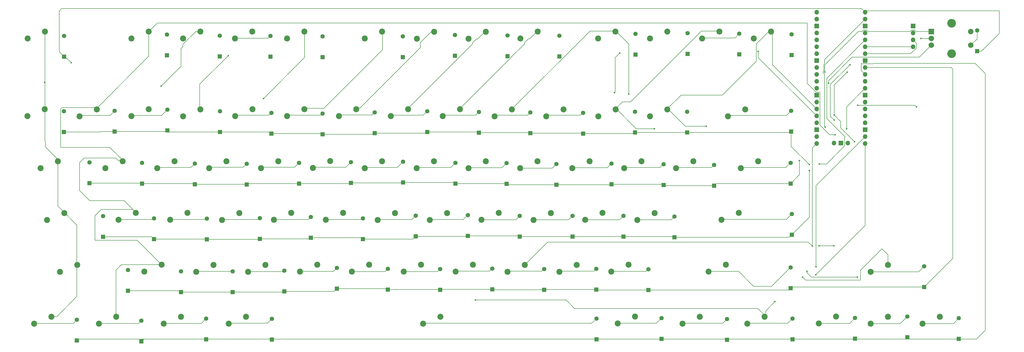
<source format=gbr>
%TF.GenerationSoftware,KiCad,Pcbnew,9.0.2*%
%TF.CreationDate,2025-06-22T22:51:18+05:30*%
%TF.ProjectId,hackboard,6861636b-626f-4617-9264-2e6b69636164,rev?*%
%TF.SameCoordinates,Original*%
%TF.FileFunction,Copper,L1,Top*%
%TF.FilePolarity,Positive*%
%FSLAX46Y46*%
G04 Gerber Fmt 4.6, Leading zero omitted, Abs format (unit mm)*
G04 Created by KiCad (PCBNEW 9.0.2) date 2025-06-22 22:51:18*
%MOMM*%
%LPD*%
G01*
G04 APERTURE LIST*
G04 Aperture macros list*
%AMRoundRect*
0 Rectangle with rounded corners*
0 $1 Rounding radius*
0 $2 $3 $4 $5 $6 $7 $8 $9 X,Y pos of 4 corners*
0 Add a 4 corners polygon primitive as box body*
4,1,4,$2,$3,$4,$5,$6,$7,$8,$9,$2,$3,0*
0 Add four circle primitives for the rounded corners*
1,1,$1+$1,$2,$3*
1,1,$1+$1,$4,$5*
1,1,$1+$1,$6,$7*
1,1,$1+$1,$8,$9*
0 Add four rect primitives between the rounded corners*
20,1,$1+$1,$2,$3,$4,$5,0*
20,1,$1+$1,$4,$5,$6,$7,0*
20,1,$1+$1,$6,$7,$8,$9,0*
20,1,$1+$1,$8,$9,$2,$3,0*%
G04 Aperture macros list end*
%TA.AperFunction,ComponentPad*%
%ADD10C,2.200000*%
%TD*%
%TA.AperFunction,ComponentPad*%
%ADD11R,1.700000X1.700000*%
%TD*%
%TA.AperFunction,ComponentPad*%
%ADD12O,1.700000X1.700000*%
%TD*%
%TA.AperFunction,ComponentPad*%
%ADD13R,2.000000X2.000000*%
%TD*%
%TA.AperFunction,ComponentPad*%
%ADD14C,2.000000*%
%TD*%
%TA.AperFunction,ComponentPad*%
%ADD15C,3.200000*%
%TD*%
%TA.AperFunction,ComponentPad*%
%ADD16RoundRect,0.250000X0.550000X-0.550000X0.550000X0.550000X-0.550000X0.550000X-0.550000X-0.550000X0*%
%TD*%
%TA.AperFunction,ComponentPad*%
%ADD17C,1.600000*%
%TD*%
%TA.AperFunction,ViaPad*%
%ADD18C,0.600000*%
%TD*%
%TA.AperFunction,Conductor*%
%ADD19C,0.200000*%
%TD*%
G04 APERTURE END LIST*
D10*
%TO.P,SW44,1,1*%
%TO.N,col3*%
X128825000Y-293540000D03*
%TO.P,SW44,2,2*%
%TO.N,Net-(D44-A)*%
X122475000Y-296080000D03*
%TD*%
%TO.P,SW43,1,1*%
%TO.N,col2*%
X109790000Y-293540000D03*
%TO.P,SW43,2,2*%
%TO.N,Net-(D43-A)*%
X103440000Y-296080000D03*
%TD*%
%TO.P,SW52,1,1*%
%TO.N,col11*%
X281220000Y-293540000D03*
%TO.P,SW52,2,2*%
%TO.N,Net-(D52-A)*%
X274870000Y-296080000D03*
%TD*%
%TO.P,SW22,1,1*%
%TO.N,col9*%
X228880000Y-255440000D03*
%TO.P,SW22,2,2*%
%TO.N,Net-(D22-A)*%
X222530000Y-257980000D03*
%TD*%
%TO.P,SW18,1,1*%
%TO.N,col5*%
X152660000Y-255440000D03*
%TO.P,SW18,2,2*%
%TO.N,Net-(D18-A)*%
X146310000Y-257980000D03*
%TD*%
%TO.P,SW39,1,1*%
%TO.N,col12*%
X295510000Y-274500000D03*
%TO.P,SW39,2,2*%
%TO.N,Net-(D39-A)*%
X289160000Y-277040000D03*
%TD*%
%TO.P,SW74,1,1*%
%TO.N,col7*%
X316920000Y-331660000D03*
%TO.P,SW74,2,2*%
%TO.N,Net-(D74-A)*%
X310570000Y-334200000D03*
%TD*%
%TO.P,SW42,1,1*%
%TO.N,col1*%
X83600000Y-293560000D03*
%TO.P,SW42,2,2*%
%TO.N,Net-(D42-A)*%
X77250000Y-296100000D03*
%TD*%
%TO.P,SW27,1,1*%
%TO.N,col14*%
X333640000Y-255460000D03*
%TO.P,SW27,2,2*%
%TO.N,Net-(D27-A)*%
X327290000Y-258000000D03*
%TD*%
%TO.P,SW26,1,1*%
%TO.N,col13*%
X305020000Y-255450000D03*
%TO.P,SW26,2,2*%
%TO.N,Net-(D26-A)*%
X298670000Y-257990000D03*
%TD*%
%TO.P,SW68,1,1*%
%TO.N,col1*%
X78810000Y-331710000D03*
%TO.P,SW68,2,2*%
%TO.N,Net-(D68-A)*%
X72460000Y-334250000D03*
%TD*%
%TO.P,SW37,1,1*%
%TO.N,col10*%
X257350000Y-274530000D03*
%TO.P,SW37,2,2*%
%TO.N,Net-(D37-A)*%
X251000000Y-277070000D03*
%TD*%
%TO.P,SW49,1,1*%
%TO.N,col8*%
X224110000Y-293550000D03*
%TO.P,SW49,2,2*%
%TO.N,Net-(D49-A)*%
X217760000Y-296090000D03*
%TD*%
D11*
%TO.P,Brd1,1,GND*%
%TO.N,GND*%
X395230000Y-224870000D03*
D12*
%TO.P,Brd1,2,VCC*%
%TO.N,+5V*%
X395230000Y-227410000D03*
%TO.P,Brd1,3,SCL*%
%TO.N,Net-(Brd1-SCL)*%
X395230000Y-229950000D03*
%TO.P,Brd1,4,SDA*%
%TO.N,Net-(Brd1-SDA)*%
X395230000Y-232490000D03*
%TD*%
D10*
%TO.P,SW47,1,1*%
%TO.N,col6*%
X185980000Y-293540000D03*
%TO.P,SW47,2,2*%
%TO.N,Net-(D47-A)*%
X179630000Y-296080000D03*
%TD*%
%TO.P,SW45,1,1*%
%TO.N,col4*%
X147880000Y-293570000D03*
%TO.P,SW45,2,2*%
%TO.N,Net-(D45-A)*%
X141530000Y-296110000D03*
%TD*%
%TO.P,SW34,1,1*%
%TO.N,col7*%
X200240000Y-274520000D03*
%TO.P,SW34,2,2*%
%TO.N,Net-(D34-A)*%
X193890000Y-277060000D03*
%TD*%
%TO.P,SW12,1,1*%
%TO.N,col12*%
X324120000Y-226890000D03*
%TO.P,SW12,2,2*%
%TO.N,Net-(D12-A)*%
X317770000Y-229430000D03*
%TD*%
%TO.P,SW10,1,1*%
%TO.N,col10*%
X285960000Y-226860000D03*
%TO.P,SW10,2,2*%
%TO.N,Net-(D10-A)*%
X279610000Y-229400000D03*
%TD*%
%TO.P,SW4,1,1*%
%TO.N,col4*%
X152610000Y-226850000D03*
%TO.P,SW4,2,2*%
%TO.N,Net-(D4-A)*%
X146260000Y-229390000D03*
%TD*%
%TO.P,SW32,1,1*%
%TO.N,col5*%
X162150000Y-274510000D03*
%TO.P,SW32,2,2*%
%TO.N,Net-(D32-A)*%
X155800000Y-277050000D03*
%TD*%
%TO.P,SW35,1,1*%
%TO.N,col8*%
X219310000Y-274520000D03*
%TO.P,SW35,2,2*%
%TO.N,Net-(D35-A)*%
X212960000Y-277060000D03*
%TD*%
%TO.P,SW58,1,1*%
%TO.N,col4*%
X157400000Y-312620000D03*
%TO.P,SW58,2,2*%
%TO.N,Net-(D58-A)*%
X151050000Y-315160000D03*
%TD*%
%TO.P,SW16,1,1*%
%TO.N,col3*%
X114580000Y-255410000D03*
%TO.P,SW16,2,2*%
%TO.N,Net-(D16-A)*%
X108230000Y-257950000D03*
%TD*%
%TO.P,SW59,1,1*%
%TO.N,col5*%
X176450000Y-312590000D03*
%TO.P,SW59,2,2*%
%TO.N,Net-(D59-A)*%
X170100000Y-315130000D03*
%TD*%
%TO.P,SW78,1,1*%
%TO.N,col11*%
X405060000Y-331660000D03*
%TO.P,SW78,2,2*%
%TO.N,Net-(D78-A)*%
X398710000Y-334200000D03*
%TD*%
%TO.P,SW7,1,1*%
%TO.N,col7*%
X219360000Y-226920000D03*
%TO.P,SW7,2,2*%
%TO.N,Net-(D7-A)*%
X213010000Y-229460000D03*
%TD*%
%TO.P,SW6,1,1*%
%TO.N,col6*%
X200270000Y-226830000D03*
%TO.P,SW6,2,2*%
%TO.N,Net-(D6-A)*%
X193920000Y-229370000D03*
%TD*%
%TO.P,SW19,1,1*%
%TO.N,col6*%
X171690000Y-255440000D03*
%TO.P,SW19,2,2*%
%TO.N,Net-(D19-A)*%
X165340000Y-257980000D03*
%TD*%
%TO.P,SW28,1,1*%
%TO.N,col1*%
X81190000Y-274500000D03*
%TO.P,SW28,2,2*%
%TO.N,Net-(D28-A)*%
X74840000Y-277040000D03*
%TD*%
%TO.P,SW23,1,1*%
%TO.N,col10*%
X247920000Y-255480000D03*
%TO.P,SW23,2,2*%
%TO.N,Net-(D23-A)*%
X241570000Y-258020000D03*
%TD*%
%TO.P,SW2,1,1*%
%TO.N,col2*%
X114600000Y-226870000D03*
%TO.P,SW2,2,2*%
%TO.N,Net-(D2-A)*%
X108250000Y-229410000D03*
%TD*%
%TO.P,SW72,1,1*%
%TO.N,col5*%
X221680000Y-331660000D03*
%TO.P,SW72,2,2*%
%TO.N,Net-(D72-A)*%
X215330000Y-334200000D03*
%TD*%
%TO.P,SW55,1,1*%
%TO.N,col1*%
X88350000Y-312620000D03*
%TO.P,SW55,2,2*%
%TO.N,Net-(D55-A)*%
X82000000Y-315160000D03*
%TD*%
%TO.P,SW20,1,1*%
%TO.N,col7*%
X190770000Y-255440000D03*
%TO.P,SW20,2,2*%
%TO.N,Net-(D20-A)*%
X184420000Y-257980000D03*
%TD*%
%TO.P,SW36,1,1*%
%TO.N,col9*%
X238340000Y-274510000D03*
%TO.P,SW36,2,2*%
%TO.N,Net-(D36-A)*%
X231990000Y-277050000D03*
%TD*%
%TO.P,SW64,1,1*%
%TO.N,col10*%
X271710000Y-312630000D03*
%TO.P,SW64,2,2*%
%TO.N,Net-(D64-A)*%
X265360000Y-315170000D03*
%TD*%
%TO.P,SW8,1,1*%
%TO.N,col8*%
X238340000Y-226930000D03*
%TO.P,SW8,2,2*%
%TO.N,Net-(D8-A)*%
X231990000Y-229470000D03*
%TD*%
%TO.P,SW50,1,1*%
%TO.N,col9*%
X243060000Y-293520000D03*
%TO.P,SW50,2,2*%
%TO.N,Net-(D50-A)*%
X236710000Y-296060000D03*
%TD*%
%TO.P,SW54,1,1*%
%TO.N,col13*%
X331230000Y-293542500D03*
%TO.P,SW54,2,2*%
%TO.N,Net-(D54-A)*%
X324880000Y-296082500D03*
%TD*%
%TO.P,SW31,1,1*%
%TO.N,col4*%
X143090000Y-274510000D03*
%TO.P,SW31,2,2*%
%TO.N,Net-(D31-A)*%
X136740000Y-277050000D03*
%TD*%
%TO.P,SW17,1,1*%
%TO.N,col4*%
X133520000Y-255480000D03*
%TO.P,SW17,2,2*%
%TO.N,Net-(D17-A)*%
X127170000Y-258020000D03*
%TD*%
%TO.P,SW21,1,1*%
%TO.N,col8*%
X209810000Y-255440000D03*
%TO.P,SW21,2,2*%
%TO.N,Net-(D21-A)*%
X203460000Y-257980000D03*
%TD*%
D13*
%TO.P,SW79,A,A*%
%TO.N,enc2*%
X401910000Y-226900000D03*
D14*
%TO.P,SW79,B,B*%
%TO.N,enc1*%
X401910000Y-231900000D03*
%TO.P,SW79,C,C*%
%TO.N,GND*%
X401910000Y-229400000D03*
D15*
%TO.P,SW79,MP*%
%TO.N,N/C*%
X409410000Y-223800000D03*
X409410000Y-235000000D03*
D14*
%TO.P,SW79,S1,S1*%
%TO.N,Net-(D79-A)*%
X416410000Y-231900000D03*
%TO.P,SW79,S2,S2*%
%TO.N,col14*%
X416410000Y-226900000D03*
%TD*%
D10*
%TO.P,SW60,1,1*%
%TO.N,col6*%
X195500000Y-312590000D03*
%TO.P,SW60,2,2*%
%TO.N,Net-(D60-A)*%
X189150000Y-315130000D03*
%TD*%
%TO.P,SW71,1,1*%
%TO.N,col4*%
X150300000Y-331710000D03*
%TO.P,SW71,2,2*%
%TO.N,Net-(D71-A)*%
X143950000Y-334250000D03*
%TD*%
%TO.P,SW76,1,1*%
%TO.N,col9*%
X366960000Y-331620000D03*
%TO.P,SW76,2,2*%
%TO.N,Net-(D76-A)*%
X360610000Y-334160000D03*
%TD*%
%TO.P,SW69,1,1*%
%TO.N,col2*%
X102630000Y-331670000D03*
%TO.P,SW69,2,2*%
%TO.N,Net-(D69-A)*%
X96280000Y-334210000D03*
%TD*%
%TO.P,SW48,1,1*%
%TO.N,col7*%
X205010000Y-293570000D03*
%TO.P,SW48,2,2*%
%TO.N,Net-(D48-A)*%
X198660000Y-296110000D03*
%TD*%
%TO.P,SW11,1,1*%
%TO.N,col11*%
X305020000Y-226890000D03*
%TO.P,SW11,2,2*%
%TO.N,Net-(D11-A)*%
X298670000Y-229430000D03*
%TD*%
%TO.P,SW63,1,1*%
%TO.N,col9*%
X252650000Y-312630000D03*
%TO.P,SW63,2,2*%
%TO.N,Net-(D63-A)*%
X246300000Y-315170000D03*
%TD*%
%TO.P,SW29,1,1*%
%TO.N,col2*%
X105000000Y-274520000D03*
%TO.P,SW29,2,2*%
%TO.N,Net-(D29-A)*%
X98650000Y-277060000D03*
%TD*%
%TO.P,SW46,1,1*%
%TO.N,col5*%
X166900000Y-293540000D03*
%TO.P,SW46,2,2*%
%TO.N,Net-(D46-A)*%
X160550000Y-296080000D03*
%TD*%
%TO.P,SW33,1,1*%
%TO.N,col6*%
X181160000Y-274490000D03*
%TO.P,SW33,2,2*%
%TO.N,Net-(D33-A)*%
X174810000Y-277030000D03*
%TD*%
%TO.P,SW41,1,1*%
%TO.N,col14*%
X338380000Y-274520000D03*
%TO.P,SW41,2,2*%
%TO.N,Net-(D41-A)*%
X332030000Y-277060000D03*
%TD*%
%TO.P,SW1,1,1*%
%TO.N,col1*%
X76435000Y-226870000D03*
%TO.P,SW1,2,2*%
%TO.N,Net-(D1-A)*%
X70085000Y-229410000D03*
%TD*%
%TO.P,SW25,1,1*%
%TO.N,col12*%
X286000000Y-255480000D03*
%TO.P,SW25,2,2*%
%TO.N,Net-(D25-A)*%
X279650000Y-258020000D03*
%TD*%
%TO.P,SW57,1,1*%
%TO.N,col3*%
X138390000Y-312620000D03*
%TO.P,SW57,2,2*%
%TO.N,Net-(D57-A)*%
X132040000Y-315160000D03*
%TD*%
%TO.P,SW40,1,1*%
%TO.N,col13*%
X314540000Y-274500000D03*
%TO.P,SW40,2,2*%
%TO.N,Net-(D40-A)*%
X308190000Y-277040000D03*
%TD*%
%TO.P,SW61,1,1*%
%TO.N,col7*%
X214550000Y-312590000D03*
%TO.P,SW61,2,2*%
%TO.N,Net-(D61-A)*%
X208200000Y-315130000D03*
%TD*%
%TO.P,SW9,1,1*%
%TO.N,col9*%
X257430000Y-226830000D03*
%TO.P,SW9,2,2*%
%TO.N,Net-(D9-A)*%
X251080000Y-229370000D03*
%TD*%
%TO.P,SW5,1,1*%
%TO.N,col5*%
X171710000Y-226850000D03*
%TO.P,SW5,2,2*%
%TO.N,Net-(D5-A)*%
X165360000Y-229390000D03*
%TD*%
%TO.P,SW14,1,1*%
%TO.N,col1*%
X76360000Y-255440000D03*
%TO.P,SW14,2,2*%
%TO.N,Net-(D14-A)*%
X70010000Y-257980000D03*
%TD*%
%TO.P,SW77,1,1*%
%TO.N,col10*%
X386020000Y-331690000D03*
%TO.P,SW77,2,2*%
%TO.N,Net-(D77-A)*%
X379670000Y-334230000D03*
%TD*%
%TO.P,SW75,1,1*%
%TO.N,col8*%
X340740000Y-331680000D03*
%TO.P,SW75,2,2*%
%TO.N,Net-(D75-A)*%
X334390000Y-334220000D03*
%TD*%
%TO.P,SW53,1,1*%
%TO.N,col12*%
X300310000Y-293580000D03*
%TO.P,SW53,2,2*%
%TO.N,Net-(D53-A)*%
X293960000Y-296120000D03*
%TD*%
%TO.P,SW70,1,1*%
%TO.N,col3*%
X126460000Y-331650000D03*
%TO.P,SW70,2,2*%
%TO.N,Net-(D70-A)*%
X120110000Y-334190000D03*
%TD*%
%TO.P,SW15,1,1*%
%TO.N,col2*%
X95500000Y-255480000D03*
%TO.P,SW15,2,2*%
%TO.N,Net-(D15-A)*%
X89150000Y-258020000D03*
%TD*%
%TO.P,SW62,1,1*%
%TO.N,col8*%
X233600000Y-312590000D03*
%TO.P,SW62,2,2*%
%TO.N,Net-(D62-A)*%
X227250000Y-315130000D03*
%TD*%
%TO.P,SW56,1,1*%
%TO.N,col2*%
X119270000Y-312590000D03*
%TO.P,SW56,2,2*%
%TO.N,Net-(D56-A)*%
X112920000Y-315130000D03*
%TD*%
%TO.P,SW3,1,1*%
%TO.N,col3*%
X133550000Y-226880000D03*
%TO.P,SW3,2,2*%
%TO.N,Net-(D3-A)*%
X127200000Y-229420000D03*
%TD*%
%TO.P,SW65,1,1*%
%TO.N,col11*%
X290740000Y-312590000D03*
%TO.P,SW65,2,2*%
%TO.N,Net-(D65-A)*%
X284390000Y-315130000D03*
%TD*%
%TO.P,SW38,1,1*%
%TO.N,col11*%
X276430000Y-274530000D03*
%TO.P,SW38,2,2*%
%TO.N,Net-(D38-A)*%
X270080000Y-277070000D03*
%TD*%
%TO.P,SW67,1,1*%
%TO.N,col13*%
X386010000Y-312630000D03*
%TO.P,SW67,2,2*%
%TO.N,Net-(D67-A)*%
X379660000Y-315170000D03*
%TD*%
%TO.P,SW24,1,1*%
%TO.N,col11*%
X266890000Y-255510000D03*
%TO.P,SW24,2,2*%
%TO.N,Net-(D24-A)*%
X260540000Y-258050000D03*
%TD*%
%TO.P,SW30,1,1*%
%TO.N,col3*%
X124080000Y-274510000D03*
%TO.P,SW30,2,2*%
%TO.N,Net-(D30-A)*%
X117730000Y-277050000D03*
%TD*%
%TO.P,SW51,1,1*%
%TO.N,col10*%
X262210000Y-293610000D03*
%TO.P,SW51,2,2*%
%TO.N,Net-(D51-A)*%
X255860000Y-296150000D03*
%TD*%
%TO.P,SW73,1,1*%
%TO.N,col6*%
X293110000Y-331630000D03*
%TO.P,SW73,2,2*%
%TO.N,Net-(D73-A)*%
X286760000Y-334170000D03*
%TD*%
%TO.P,SW13,1,1*%
%TO.N,col13*%
X343120000Y-226870000D03*
%TO.P,SW13,2,2*%
%TO.N,Net-(D13-A)*%
X336770000Y-229410000D03*
%TD*%
%TO.P,SW66,1,1*%
%TO.N,col12*%
X326470000Y-312590000D03*
%TO.P,SW66,2,2*%
%TO.N,Net-(D66-A)*%
X320120000Y-315130000D03*
%TD*%
D16*
%TO.P,D6,1,K*%
%TO.N,row1*%
X207850000Y-236300000D03*
D17*
%TO.P,D6,2,A*%
%TO.N,Net-(D6-A)*%
X207850000Y-228680000D03*
%TD*%
D16*
%TO.P,D52,1,K*%
%TO.N,row4*%
X288875000Y-302250000D03*
D17*
%TO.P,D52,2,A*%
%TO.N,Net-(D52-A)*%
X288875000Y-294630000D03*
%TD*%
D16*
%TO.P,D4,1,K*%
%TO.N,row1*%
X159250000Y-236095000D03*
D17*
%TO.P,D4,2,A*%
%TO.N,Net-(D4-A)*%
X159250000Y-228475000D03*
%TD*%
D16*
%TO.P,D69,1,K*%
%TO.N,row6*%
X111890000Y-340760000D03*
D17*
%TO.P,D69,2,A*%
%TO.N,Net-(D69-A)*%
X111890000Y-333140000D03*
%TD*%
D16*
%TO.P,D54,1,K*%
%TO.N,row4*%
X350675000Y-301575000D03*
D17*
%TO.P,D54,2,A*%
%TO.N,Net-(D54-A)*%
X350675000Y-293955000D03*
%TD*%
D16*
%TO.P,D40,1,K*%
%TO.N,row3*%
X322175000Y-283550000D03*
D17*
%TO.P,D40,2,A*%
%TO.N,Net-(D40-A)*%
X322175000Y-275930000D03*
%TD*%
D16*
%TO.P,D57,1,K*%
%TO.N,row5*%
X145350000Y-322670000D03*
D17*
%TO.P,D57,2,A*%
%TO.N,Net-(D57-A)*%
X145350000Y-315050000D03*
%TD*%
D16*
%TO.P,D2,1,K*%
%TO.N,row1*%
X121275000Y-235550000D03*
D17*
%TO.P,D2,2,A*%
%TO.N,Net-(D2-A)*%
X121275000Y-227930000D03*
%TD*%
D16*
%TO.P,D12,1,K*%
%TO.N,row1*%
X331425000Y-235250000D03*
D17*
%TO.P,D12,2,A*%
%TO.N,Net-(D12-A)*%
X331425000Y-227630000D03*
%TD*%
D16*
%TO.P,D47,1,K*%
%TO.N,row4*%
X193250000Y-303150000D03*
D17*
%TO.P,D47,2,A*%
%TO.N,Net-(D47-A)*%
X193250000Y-295530000D03*
%TD*%
D16*
%TO.P,D21,1,K*%
%TO.N,row2*%
X216825000Y-263775000D03*
D17*
%TO.P,D21,2,A*%
%TO.N,Net-(D21-A)*%
X216825000Y-256155000D03*
%TD*%
D16*
%TO.P,D25,1,K*%
%TO.N,row2*%
X293100000Y-263950000D03*
D17*
%TO.P,D25,2,A*%
%TO.N,Net-(D25-A)*%
X293100000Y-256330000D03*
%TD*%
D16*
%TO.P,D16,1,K*%
%TO.N,row2*%
X121425000Y-263150000D03*
D17*
%TO.P,D16,2,A*%
%TO.N,Net-(D16-A)*%
X121425000Y-255530000D03*
%TD*%
D16*
%TO.P,D36,1,K*%
%TO.N,row3*%
X245950000Y-282875000D03*
D17*
%TO.P,D36,2,A*%
%TO.N,Net-(D36-A)*%
X245950000Y-275255000D03*
%TD*%
D16*
%TO.P,D17,1,K*%
%TO.N,row2*%
X140700000Y-263800000D03*
D17*
%TO.P,D17,2,A*%
%TO.N,Net-(D17-A)*%
X140700000Y-256180000D03*
%TD*%
D16*
%TO.P,D62,1,K*%
%TO.N,row5*%
X240700000Y-321600000D03*
D17*
%TO.P,D62,2,A*%
%TO.N,Net-(D62-A)*%
X240700000Y-313980000D03*
%TD*%
D16*
%TO.P,D1,1,K*%
%TO.N,row1*%
X83500000Y-236100000D03*
D17*
%TO.P,D1,2,A*%
%TO.N,Net-(D1-A)*%
X83500000Y-228480000D03*
%TD*%
D16*
%TO.P,D20,1,K*%
%TO.N,row2*%
X197500000Y-264200000D03*
D17*
%TO.P,D20,2,A*%
%TO.N,Net-(D20-A)*%
X197500000Y-256580000D03*
%TD*%
D16*
%TO.P,D8,1,K*%
%TO.N,row1*%
X246350000Y-235900000D03*
D17*
%TO.P,D8,2,A*%
%TO.N,Net-(D8-A)*%
X246350000Y-228280000D03*
%TD*%
D16*
%TO.P,D24,1,K*%
%TO.N,row2*%
X274050000Y-264350000D03*
D17*
%TO.P,D24,2,A*%
%TO.N,Net-(D24-A)*%
X274050000Y-256730000D03*
%TD*%
D16*
%TO.P,D70,1,K*%
%TO.N,row6*%
X135670000Y-339970000D03*
D17*
%TO.P,D70,2,A*%
%TO.N,Net-(D70-A)*%
X135670000Y-332350000D03*
%TD*%
D16*
%TO.P,D14,1,K*%
%TO.N,row2*%
X83400000Y-263825000D03*
D17*
%TO.P,D14,2,A*%
%TO.N,Net-(D14-A)*%
X83400000Y-256205000D03*
%TD*%
D16*
%TO.P,D13,1,K*%
%TO.N,row1*%
X350650000Y-235475000D03*
D17*
%TO.P,D13,2,A*%
%TO.N,Net-(D13-A)*%
X350650000Y-227855000D03*
%TD*%
D16*
%TO.P,D55,1,K*%
%TO.N,row5*%
X106975000Y-322150000D03*
D17*
%TO.P,D55,2,A*%
%TO.N,Net-(D55-A)*%
X106975000Y-314530000D03*
%TD*%
D16*
%TO.P,D75,1,K*%
%TO.N,row6*%
X350930000Y-339950000D03*
D17*
%TO.P,D75,2,A*%
%TO.N,Net-(D75-A)*%
X350930000Y-332330000D03*
%TD*%
D16*
%TO.P,D23,1,K*%
%TO.N,row2*%
X254650000Y-264225000D03*
D17*
%TO.P,D23,2,A*%
%TO.N,Net-(D23-A)*%
X254650000Y-256605000D03*
%TD*%
D16*
%TO.P,D26,1,K*%
%TO.N,row2*%
X312275000Y-263925000D03*
D17*
%TO.P,D26,2,A*%
%TO.N,Net-(D26-A)*%
X312275000Y-256305000D03*
%TD*%
D16*
%TO.P,D68,1,K*%
%TO.N,row6*%
X88180000Y-340440000D03*
D17*
%TO.P,D68,2,A*%
%TO.N,Net-(D68-A)*%
X88180000Y-332820000D03*
%TD*%
D16*
%TO.P,D49,1,K*%
%TO.N,row4*%
X231725000Y-301975000D03*
D17*
%TO.P,D49,2,A*%
%TO.N,Net-(D49-A)*%
X231725000Y-294355000D03*
%TD*%
D16*
%TO.P,D10,1,K*%
%TO.N,row1*%
X293300000Y-235350000D03*
D17*
%TO.P,D10,2,A*%
%TO.N,Net-(D10-A)*%
X293300000Y-227730000D03*
%TD*%
D16*
%TO.P,D37,1,K*%
%TO.N,row3*%
X264220000Y-283210000D03*
D17*
%TO.P,D37,2,A*%
%TO.N,Net-(D37-A)*%
X264220000Y-275590000D03*
%TD*%
D16*
%TO.P,D42,1,K*%
%TO.N,row4*%
X97800000Y-302350000D03*
D17*
%TO.P,D42,2,A*%
%TO.N,Net-(D42-A)*%
X97800000Y-294730000D03*
%TD*%
D16*
%TO.P,D78,1,K*%
%TO.N,row6*%
X412020000Y-339840000D03*
D17*
%TO.P,D78,2,A*%
%TO.N,Net-(D78-A)*%
X412020000Y-332220000D03*
%TD*%
D16*
%TO.P,D5,1,K*%
%TO.N,row1*%
X178425000Y-236250000D03*
D17*
%TO.P,D5,2,A*%
%TO.N,Net-(D5-A)*%
X178425000Y-228630000D03*
%TD*%
D16*
%TO.P,D45,1,K*%
%TO.N,row4*%
X155375000Y-303050000D03*
D17*
%TO.P,D45,2,A*%
%TO.N,Net-(D45-A)*%
X155375000Y-295430000D03*
%TD*%
D16*
%TO.P,D19,1,K*%
%TO.N,row2*%
X178425000Y-264600000D03*
D17*
%TO.P,D19,2,A*%
%TO.N,Net-(D19-A)*%
X178425000Y-256980000D03*
%TD*%
D16*
%TO.P,D32,1,K*%
%TO.N,row3*%
X169750000Y-282750000D03*
D17*
%TO.P,D32,2,A*%
%TO.N,Net-(D32-A)*%
X169750000Y-275130000D03*
%TD*%
D12*
%TO.P,U1,1,GPIO0*%
%TO.N,row1*%
X377630000Y-219780000D03*
%TO.P,U1,2,GPIO1*%
%TO.N,row2*%
X377630000Y-222320000D03*
D11*
%TO.P,U1,3,GND*%
%TO.N,unconnected-(U1-GND-Pad3)*%
X377630000Y-224860000D03*
D12*
%TO.P,U1,4,GPIO2*%
%TO.N,row3*%
X377630000Y-227400000D03*
%TO.P,U1,5,GPIO3*%
%TO.N,row4*%
X377630000Y-229940000D03*
%TO.P,U1,6,GPIO4*%
%TO.N,Net-(Brd1-SDA)*%
X377630000Y-232480000D03*
%TO.P,U1,7,GPIO5*%
%TO.N,Net-(Brd1-SCL)*%
X377630000Y-235020000D03*
D11*
%TO.P,U1,8,GND*%
%TO.N,unconnected-(U1-GND-Pad8)*%
X377630000Y-237560000D03*
D12*
%TO.P,U1,9,GPIO6*%
%TO.N,row5*%
X377630000Y-240100000D03*
%TO.P,U1,10,GPIO7*%
%TO.N,row6*%
X377630000Y-242640000D03*
%TO.P,U1,11,GPIO8*%
%TO.N,col1*%
X377630000Y-245180000D03*
%TO.P,U1,12,GPIO9*%
%TO.N,col2*%
X377630000Y-247720000D03*
D11*
%TO.P,U1,13,GND*%
%TO.N,unconnected-(U1-GND-Pad13)*%
X377630000Y-250260000D03*
D12*
%TO.P,U1,14,GPIO10*%
%TO.N,col3*%
X377630000Y-252800000D03*
%TO.P,U1,15,GPIO11*%
%TO.N,col4*%
X377630000Y-255340000D03*
%TO.P,U1,16,GPIO12*%
%TO.N,col5*%
X377630000Y-257880000D03*
%TO.P,U1,17,GPIO13*%
%TO.N,col6*%
X377630000Y-260420000D03*
D11*
%TO.P,U1,18,GND*%
%TO.N,unconnected-(U1-GND-Pad18)_1*%
X377630000Y-262960000D03*
D12*
%TO.P,U1,19,GPIO14*%
%TO.N,col7*%
X377630000Y-265500000D03*
%TO.P,U1,20,GPIO15*%
%TO.N,col8*%
X377630000Y-268040000D03*
%TO.P,U1,21,GPIO16*%
%TO.N,col9*%
X359850000Y-268040000D03*
%TO.P,U1,22,GPIO17*%
%TO.N,col10*%
X359850000Y-265500000D03*
D11*
%TO.P,U1,23,GND*%
%TO.N,unconnected-(U1-GND-Pad23)*%
X359850000Y-262960000D03*
D12*
%TO.P,U1,24,GPIO18*%
%TO.N,col11*%
X359850000Y-260420000D03*
%TO.P,U1,25,GPIO19*%
%TO.N,col12*%
X359850000Y-257880000D03*
%TO.P,U1,26,GPIO20*%
%TO.N,col13*%
X359850000Y-255340000D03*
%TO.P,U1,27,GPIO21*%
%TO.N,col14*%
X359850000Y-252800000D03*
D11*
%TO.P,U1,28,GND*%
%TO.N,unconnected-(U1-GND-Pad28)*%
X359850000Y-250260000D03*
D12*
%TO.P,U1,29,GPIO22*%
%TO.N,enc1*%
X359850000Y-247720000D03*
%TO.P,U1,30,RUN*%
%TO.N,unconnected-(U1-RUN-Pad30)_1*%
X359850000Y-245180000D03*
%TO.P,U1,31,GPIO26_ADC0*%
%TO.N,enc2*%
X359850000Y-242640000D03*
%TO.P,U1,32,GPIO27_ADC1*%
%TO.N,unconnected-(U1-GPIO27_ADC1-Pad32)_1*%
X359850000Y-240100000D03*
D11*
%TO.P,U1,33,AGND*%
%TO.N,unconnected-(U1-AGND-Pad33)*%
X359850000Y-237560000D03*
D12*
%TO.P,U1,34,GPIO28_ADC2*%
%TO.N,unconnected-(U1-GPIO28_ADC2-Pad34)_1*%
X359850000Y-235020000D03*
%TO.P,U1,35,ADC_VREF*%
%TO.N,unconnected-(U1-ADC_VREF-Pad35)*%
X359850000Y-232480000D03*
%TO.P,U1,36,3V3*%
%TO.N,unconnected-(U1-3V3-Pad36)_1*%
X359850000Y-229940000D03*
%TO.P,U1,37,3V3_EN*%
%TO.N,unconnected-(U1-3V3_EN-Pad37)*%
X359850000Y-227400000D03*
D11*
%TO.P,U1,38,GND*%
%TO.N,GND*%
X359850000Y-224860000D03*
D12*
%TO.P,U1,39,VSYS*%
%TO.N,unconnected-(U1-VSYS-Pad39)*%
X359850000Y-222320000D03*
%TO.P,U1,40,VBUS*%
%TO.N,+5V*%
X359850000Y-219780000D03*
%TO.P,U1,41,SWCLK*%
%TO.N,unconnected-(U1-SWCLK-Pad41)*%
X371280000Y-267810000D03*
D11*
%TO.P,U1,42,GND*%
%TO.N,unconnected-(U1-GND-Pad42)*%
X368740000Y-267810000D03*
D12*
%TO.P,U1,43,SWDIO*%
%TO.N,unconnected-(U1-SWDIO-Pad43)_1*%
X366200000Y-267810000D03*
%TD*%
D16*
%TO.P,D64,1,K*%
%TO.N,row5*%
X278875000Y-321725000D03*
D17*
%TO.P,D64,2,A*%
%TO.N,Net-(D64-A)*%
X278875000Y-314105000D03*
%TD*%
D16*
%TO.P,D72,1,K*%
%TO.N,row6*%
X279000000Y-339960000D03*
D17*
%TO.P,D72,2,A*%
%TO.N,Net-(D72-A)*%
X279000000Y-332340000D03*
%TD*%
D16*
%TO.P,D60,1,K*%
%TO.N,row5*%
X202350000Y-321725000D03*
D17*
%TO.P,D60,2,A*%
%TO.N,Net-(D60-A)*%
X202350000Y-314105000D03*
%TD*%
D16*
%TO.P,D31,1,K*%
%TO.N,row3*%
X150525000Y-283075000D03*
D17*
%TO.P,D31,2,A*%
%TO.N,Net-(D31-A)*%
X150525000Y-275455000D03*
%TD*%
D16*
%TO.P,D39,1,K*%
%TO.N,row3*%
X303625000Y-283235000D03*
D17*
%TO.P,D39,2,A*%
%TO.N,Net-(D39-A)*%
X303625000Y-275615000D03*
%TD*%
D16*
%TO.P,D76,1,K*%
%TO.N,row6*%
X373940000Y-339760000D03*
D17*
%TO.P,D76,2,A*%
%TO.N,Net-(D76-A)*%
X373940000Y-332140000D03*
%TD*%
D16*
%TO.P,D56,1,K*%
%TO.N,row5*%
X126450000Y-322625000D03*
D17*
%TO.P,D56,2,A*%
%TO.N,Net-(D56-A)*%
X126450000Y-315005000D03*
%TD*%
D16*
%TO.P,D48,1,K*%
%TO.N,row4*%
X212650000Y-302125000D03*
D17*
%TO.P,D48,2,A*%
%TO.N,Net-(D48-A)*%
X212650000Y-294505000D03*
%TD*%
D16*
%TO.P,D53,1,K*%
%TO.N,row4*%
X307600000Y-302500000D03*
D17*
%TO.P,D53,2,A*%
%TO.N,Net-(D53-A)*%
X307600000Y-294880000D03*
%TD*%
D16*
%TO.P,D3,1,K*%
%TO.N,row1*%
X140675000Y-235975000D03*
D17*
%TO.P,D3,2,A*%
%TO.N,Net-(D3-A)*%
X140675000Y-228355000D03*
%TD*%
D16*
%TO.P,D65,1,K*%
%TO.N,row5*%
X298000000Y-321825000D03*
D17*
%TO.P,D65,2,A*%
%TO.N,Net-(D65-A)*%
X298000000Y-314205000D03*
%TD*%
D16*
%TO.P,D74,1,K*%
%TO.N,row6*%
X326870000Y-340190000D03*
D17*
%TO.P,D74,2,A*%
%TO.N,Net-(D74-A)*%
X326870000Y-332570000D03*
%TD*%
D16*
%TO.P,D28,1,K*%
%TO.N,row3*%
X92825000Y-282575000D03*
D17*
%TO.P,D28,2,A*%
%TO.N,Net-(D28-A)*%
X92825000Y-274955000D03*
%TD*%
D16*
%TO.P,D71,1,K*%
%TO.N,row6*%
X159760000Y-340070000D03*
D17*
%TO.P,D71,2,A*%
%TO.N,Net-(D71-A)*%
X159760000Y-332450000D03*
%TD*%
D16*
%TO.P,D50,1,K*%
%TO.N,row4*%
X250800000Y-302225000D03*
D17*
%TO.P,D50,2,A*%
%TO.N,Net-(D50-A)*%
X250800000Y-294605000D03*
%TD*%
D16*
%TO.P,D77,1,K*%
%TO.N,row6*%
X393140000Y-339230000D03*
D17*
%TO.P,D77,2,A*%
%TO.N,Net-(D77-A)*%
X393140000Y-331610000D03*
%TD*%
D16*
%TO.P,D41,1,K*%
%TO.N,row3*%
X350250000Y-282710000D03*
D17*
%TO.P,D41,2,A*%
%TO.N,Net-(D41-A)*%
X350250000Y-275090000D03*
%TD*%
D16*
%TO.P,D38,1,K*%
%TO.N,row3*%
X284475000Y-283000000D03*
D17*
%TO.P,D38,2,A*%
%TO.N,Net-(D38-A)*%
X284475000Y-275380000D03*
%TD*%
D16*
%TO.P,D63,1,K*%
%TO.N,row5*%
X259750000Y-321775000D03*
D17*
%TO.P,D63,2,A*%
%TO.N,Net-(D63-A)*%
X259750000Y-314155000D03*
%TD*%
D16*
%TO.P,D11,1,K*%
%TO.N,row1*%
X312475000Y-235125000D03*
D17*
%TO.P,D11,2,A*%
%TO.N,Net-(D11-A)*%
X312475000Y-227505000D03*
%TD*%
D16*
%TO.P,D15,1,K*%
%TO.N,row2*%
X102075000Y-263625000D03*
D17*
%TO.P,D15,2,A*%
%TO.N,Net-(D15-A)*%
X102075000Y-256005000D03*
%TD*%
D16*
%TO.P,D67,1,K*%
%TO.N,row5*%
X399310000Y-320750000D03*
D17*
%TO.P,D67,2,A*%
%TO.N,Net-(D67-A)*%
X399310000Y-313130000D03*
%TD*%
D16*
%TO.P,D9,1,K*%
%TO.N,row1*%
X265375000Y-236025000D03*
D17*
%TO.P,D9,2,A*%
%TO.N,Net-(D9-A)*%
X265375000Y-228405000D03*
%TD*%
D16*
%TO.P,D59,1,K*%
%TO.N,row5*%
X183675000Y-321375000D03*
D17*
%TO.P,D59,2,A*%
%TO.N,Net-(D59-A)*%
X183675000Y-313755000D03*
%TD*%
D16*
%TO.P,D22,1,K*%
%TO.N,row2*%
X235800000Y-264025000D03*
D17*
%TO.P,D22,2,A*%
%TO.N,Net-(D22-A)*%
X235800000Y-256405000D03*
%TD*%
D16*
%TO.P,D27,1,K*%
%TO.N,row2*%
X350450000Y-263575000D03*
D17*
%TO.P,D27,2,A*%
%TO.N,Net-(D27-A)*%
X350450000Y-255955000D03*
%TD*%
D16*
%TO.P,D46,1,K*%
%TO.N,row4*%
X174075000Y-302675000D03*
D17*
%TO.P,D46,2,A*%
%TO.N,Net-(D46-A)*%
X174075000Y-295055000D03*
%TD*%
D16*
%TO.P,D18,1,K*%
%TO.N,row2*%
X159575000Y-264375000D03*
D17*
%TO.P,D18,2,A*%
%TO.N,Net-(D18-A)*%
X159575000Y-256755000D03*
%TD*%
D16*
%TO.P,D7,1,K*%
%TO.N,row1*%
X227025000Y-235750000D03*
D17*
%TO.P,D7,2,A*%
%TO.N,Net-(D7-A)*%
X227025000Y-228130000D03*
%TD*%
D16*
%TO.P,D58,1,K*%
%TO.N,row5*%
X164350000Y-322400000D03*
D17*
%TO.P,D58,2,A*%
%TO.N,Net-(D58-A)*%
X164350000Y-314780000D03*
%TD*%
D16*
%TO.P,D44,1,K*%
%TO.N,row4*%
X135925000Y-303225000D03*
D17*
%TO.P,D44,2,A*%
%TO.N,Net-(D44-A)*%
X135925000Y-295605000D03*
%TD*%
D16*
%TO.P,D66,1,K*%
%TO.N,row5*%
X350300000Y-321150000D03*
D17*
%TO.P,D66,2,A*%
%TO.N,Net-(D66-A)*%
X350300000Y-313530000D03*
%TD*%
D16*
%TO.P,D30,1,K*%
%TO.N,row3*%
X131500000Y-283000000D03*
D17*
%TO.P,D30,2,A*%
%TO.N,Net-(D30-A)*%
X131500000Y-275380000D03*
%TD*%
D16*
%TO.P,D34,1,K*%
%TO.N,row3*%
X207925000Y-282350000D03*
D17*
%TO.P,D34,2,A*%
%TO.N,Net-(D34-A)*%
X207925000Y-274730000D03*
%TD*%
D16*
%TO.P,D73,1,K*%
%TO.N,row6*%
X302860000Y-339820000D03*
D17*
%TO.P,D73,2,A*%
%TO.N,Net-(D73-A)*%
X302860000Y-332200000D03*
%TD*%
D16*
%TO.P,D33,1,K*%
%TO.N,row3*%
X188825000Y-282475000D03*
D17*
%TO.P,D33,2,A*%
%TO.N,Net-(D33-A)*%
X188825000Y-274855000D03*
%TD*%
D16*
%TO.P,D51,1,K*%
%TO.N,row4*%
X270175000Y-302225000D03*
D17*
%TO.P,D51,2,A*%
%TO.N,Net-(D51-A)*%
X270175000Y-294605000D03*
%TD*%
D16*
%TO.P,D61,1,K*%
%TO.N,row5*%
X221575000Y-321775000D03*
D17*
%TO.P,D61,2,A*%
%TO.N,Net-(D61-A)*%
X221575000Y-314155000D03*
%TD*%
D16*
%TO.P,D29,1,K*%
%TO.N,row3*%
X112150000Y-282750000D03*
D17*
%TO.P,D29,2,A*%
%TO.N,Net-(D29-A)*%
X112150000Y-275130000D03*
%TD*%
D16*
%TO.P,D79,1,K*%
%TO.N,row1*%
X418760000Y-234080000D03*
D17*
%TO.P,D79,2,A*%
%TO.N,Net-(D79-A)*%
X418760000Y-226460000D03*
%TD*%
D16*
%TO.P,D43,1,K*%
%TO.N,row4*%
X116550000Y-303150000D03*
D17*
%TO.P,D43,2,A*%
%TO.N,Net-(D43-A)*%
X116550000Y-295530000D03*
%TD*%
D16*
%TO.P,D35,1,K*%
%TO.N,row3*%
X227150000Y-282750000D03*
D17*
%TO.P,D35,2,A*%
%TO.N,Net-(D35-A)*%
X227150000Y-275130000D03*
%TD*%
D18*
%TO.N,GND*%
X398120000Y-229390000D03*
%TO.N,row1*%
X86100000Y-238330000D03*
%TO.N,row2*%
X362950000Y-262010000D03*
X357100000Y-275730000D03*
%TO.N,row3*%
X353530000Y-274270000D03*
X372160000Y-239020000D03*
X366290000Y-259400000D03*
%TO.N,col1*%
X76410000Y-245600000D03*
%TO.N,col2*%
X366660000Y-264770000D03*
X370830000Y-262610000D03*
%TO.N,col3*%
X119130000Y-246960000D03*
%TO.N,col4*%
X143740000Y-235750000D03*
%TO.N,col5*%
X156700000Y-251510000D03*
%TO.N,col7*%
X359610000Y-313290000D03*
%TO.N,col8*%
X344560000Y-326110000D03*
X234570000Y-325540000D03*
X359500000Y-316290000D03*
%TO.N,col9*%
X360680000Y-305580000D03*
X366200000Y-305580424D03*
X358230000Y-305730000D03*
%TO.N,col10*%
X356280000Y-315030000D03*
X290830000Y-249820000D03*
X374850000Y-317100000D03*
%TO.N,col11*%
X285620000Y-249340000D03*
X366290000Y-257560000D03*
X287540000Y-234730000D03*
X373690000Y-267300000D03*
X371060000Y-241760000D03*
%TO.N,col12*%
X300280000Y-262600000D03*
X338381000Y-234110000D03*
%TO.N,col13*%
X354660000Y-317090000D03*
X319310000Y-261630000D03*
%TO.N,col14*%
X374879000Y-253951000D03*
X396480000Y-254590000D03*
%TO.N,enc1*%
X364230000Y-245860000D03*
%TO.N,enc2*%
X362830000Y-241810000D03*
%TO.N,row4*%
X357170000Y-277910000D03*
X360750000Y-275550000D03*
%TD*%
D19*
%TO.N,Net-(Brd1-SDA)*%
X395230000Y-232490000D02*
X377640000Y-232490000D01*
X377640000Y-232490000D02*
X377630000Y-232480000D01*
%TO.N,Net-(Brd1-SCL)*%
X396381000Y-231101000D02*
X395230000Y-229950000D01*
X396381000Y-232966760D02*
X396381000Y-231101000D01*
X377630000Y-235020000D02*
X394327760Y-235020000D01*
X394327760Y-235020000D02*
X396381000Y-232966760D01*
%TO.N,GND*%
X398090000Y-229390000D02*
X398120000Y-229390000D01*
X398120000Y-229390000D02*
X399060000Y-229390000D01*
X401910000Y-229400000D02*
X399070000Y-229400000D01*
X399060000Y-229390000D02*
X399070000Y-229400000D01*
%TO.N,row1*%
X418760000Y-234080000D02*
X420360000Y-234080000D01*
X81720000Y-234320000D02*
X81720000Y-219310000D01*
X376281000Y-218431000D02*
X377630000Y-219780000D01*
X83500000Y-236100000D02*
X81720000Y-234320000D01*
X377630000Y-219780000D02*
X378160000Y-219250000D01*
X86100000Y-238330000D02*
X83870000Y-236100000D01*
X378160000Y-219250000D02*
X426910000Y-219250000D01*
X426910000Y-219250000D02*
X426910000Y-227450000D01*
X83870000Y-236100000D02*
X83500000Y-236100000D01*
X420360000Y-234080000D02*
X426910000Y-227530000D01*
X82599000Y-218431000D02*
X376281000Y-218431000D01*
X81720000Y-219310000D02*
X82599000Y-218431000D01*
%TO.N,Net-(D4-A)*%
X158415000Y-229310000D02*
X159250000Y-228475000D01*
X146015000Y-229310000D02*
X158415000Y-229310000D01*
%TO.N,Net-(D12-A)*%
X318065000Y-229210000D02*
X329845000Y-229210000D01*
X329845000Y-229210000D02*
X331425000Y-227630000D01*
%TO.N,row2*%
X273925000Y-264225000D02*
X274050000Y-264350000D01*
X102075000Y-263625000D02*
X120950000Y-263625000D01*
X362760000Y-237190000D02*
X377630000Y-222320000D01*
X120950000Y-263625000D02*
X121425000Y-263150000D01*
X83400000Y-263825000D02*
X96765000Y-263825000D01*
X159575000Y-264375000D02*
X178200000Y-264375000D01*
X362429000Y-241361057D02*
X362429000Y-239003900D01*
X254450000Y-264025000D02*
X254650000Y-264225000D01*
X362229000Y-242058943D02*
X362229000Y-241561057D01*
X312250000Y-263950000D02*
X312275000Y-263925000D01*
X350450000Y-269080000D02*
X357100000Y-275730000D01*
X350100000Y-263925000D02*
X350450000Y-263575000D01*
X362760000Y-238672900D02*
X362760000Y-237190000D01*
X140700000Y-263800000D02*
X159000000Y-263800000D01*
X122075000Y-263800000D02*
X121425000Y-263150000D01*
X197500000Y-264200000D02*
X216400000Y-264200000D01*
X362760000Y-261820000D02*
X362760000Y-242411000D01*
X362581057Y-242411000D02*
X362229000Y-242058943D01*
X362229000Y-241561057D02*
X362429000Y-241361057D01*
X178200000Y-264375000D02*
X178425000Y-264600000D01*
X216825000Y-263775000D02*
X235550000Y-263775000D01*
X140700000Y-263800000D02*
X122075000Y-263800000D01*
X293100000Y-263950000D02*
X312250000Y-263950000D01*
X350450000Y-263575000D02*
X350450000Y-269080000D01*
X362760000Y-242411000D02*
X362581057Y-242411000D01*
X362429000Y-239003900D02*
X362760000Y-238672900D01*
X96765000Y-263825000D02*
X96965000Y-263625000D01*
X274050000Y-264350000D02*
X292700000Y-264350000D01*
X178425000Y-264600000D02*
X197100000Y-264600000D01*
X362950000Y-262010000D02*
X362760000Y-261820000D01*
X96965000Y-263625000D02*
X102075000Y-263625000D01*
X216400000Y-264200000D02*
X216825000Y-263775000D01*
X159000000Y-263800000D02*
X159575000Y-264375000D01*
X235550000Y-263775000D02*
X235800000Y-264025000D01*
X235800000Y-264025000D02*
X254450000Y-264025000D01*
X197100000Y-264600000D02*
X197500000Y-264200000D01*
X312275000Y-263925000D02*
X350100000Y-263925000D01*
X254650000Y-264225000D02*
X273925000Y-264225000D01*
X292700000Y-264350000D02*
X293100000Y-263950000D01*
%TO.N,Net-(D15-A)*%
X89040000Y-257685000D02*
X100395000Y-257685000D01*
X100395000Y-257685000D02*
X102075000Y-256005000D01*
%TO.N,Net-(D16-A)*%
X119270000Y-257685000D02*
X121425000Y-255530000D01*
X107935000Y-257685000D02*
X119270000Y-257685000D01*
%TO.N,Net-(D18-A)*%
X146015000Y-257585000D02*
X158745000Y-257585000D01*
X158745000Y-257585000D02*
X159575000Y-256755000D01*
%TO.N,Net-(D19-A)*%
X177820000Y-257585000D02*
X178425000Y-256980000D01*
X165090000Y-257585000D02*
X177820000Y-257585000D01*
%TO.N,Net-(D20-A)*%
X184190000Y-257560000D02*
X196520000Y-257560000D01*
X196520000Y-257560000D02*
X197500000Y-256580000D01*
%TO.N,Net-(D21-A)*%
X203290000Y-257617500D02*
X215362500Y-257617500D01*
X215362500Y-257617500D02*
X216825000Y-256155000D01*
%TO.N,Net-(D22-A)*%
X222432400Y-257592500D02*
X234612500Y-257592500D01*
X234612500Y-257592500D02*
X235800000Y-256405000D01*
%TO.N,Net-(D23-A)*%
X241545000Y-257617500D02*
X253637500Y-257617500D01*
X253637500Y-257617500D02*
X254650000Y-256605000D01*
%TO.N,Net-(D24-A)*%
X260615000Y-257617500D02*
X273162500Y-257617500D01*
X273162500Y-257617500D02*
X274050000Y-256730000D01*
%TO.N,Net-(D27-A)*%
X348735000Y-257670000D02*
X350450000Y-255955000D01*
X327460000Y-257670000D02*
X348735000Y-257670000D01*
%TO.N,row3*%
X169750000Y-282750000D02*
X150850000Y-282750000D01*
X303390000Y-283000000D02*
X303625000Y-283235000D01*
X169750000Y-282750000D02*
X188550000Y-282750000D01*
X264975000Y-282875000D02*
X265100000Y-283000000D01*
X303940000Y-283550000D02*
X303625000Y-283235000D01*
X188825000Y-282475000D02*
X207800000Y-282475000D01*
X264220000Y-283210000D02*
X284265000Y-283210000D01*
X111975000Y-282575000D02*
X112150000Y-282750000D01*
X227150000Y-282750000D02*
X245825000Y-282750000D01*
X246085000Y-282875000D02*
X246420000Y-283210000D01*
X245950000Y-282875000D02*
X246085000Y-282875000D01*
X284475000Y-283000000D02*
X303390000Y-283000000D01*
X245825000Y-282750000D02*
X245950000Y-282875000D01*
X322175000Y-283550000D02*
X303940000Y-283550000D01*
X353530000Y-279430000D02*
X353530000Y-274270000D01*
X112150000Y-282750000D02*
X131250000Y-282750000D01*
X284265000Y-283210000D02*
X284475000Y-283000000D01*
X150850000Y-282750000D02*
X150525000Y-283075000D01*
X364880000Y-246300000D02*
X372160000Y-239020000D01*
X350250000Y-282710000D02*
X323015000Y-282710000D01*
X350250000Y-282710000D02*
X353530000Y-279430000D01*
X150450000Y-283000000D02*
X150525000Y-283075000D01*
X207800000Y-282475000D02*
X207925000Y-282350000D01*
X323015000Y-282710000D02*
X322175000Y-283550000D01*
X131500000Y-283000000D02*
X150450000Y-283000000D01*
X92825000Y-282575000D02*
X111975000Y-282575000D01*
X131250000Y-282750000D02*
X131500000Y-283000000D01*
X207925000Y-282350000D02*
X226750000Y-282350000D01*
X226750000Y-282350000D02*
X227150000Y-282750000D01*
X246420000Y-283210000D02*
X264220000Y-283210000D01*
X188550000Y-282750000D02*
X188825000Y-282475000D01*
X364880000Y-257990000D02*
X364880000Y-246300000D01*
X366290000Y-259400000D02*
X364880000Y-257990000D01*
%TO.N,Net-(D30-A)*%
X130070000Y-276810000D02*
X131500000Y-275380000D01*
X117815000Y-276810000D02*
X130070000Y-276810000D01*
%TO.N,Net-(D31-A)*%
X136920000Y-276780000D02*
X149200000Y-276780000D01*
X149200000Y-276780000D02*
X150525000Y-275455000D01*
%TO.N,Net-(D32-A)*%
X168120000Y-276760000D02*
X169750000Y-275130000D01*
X156030000Y-276760000D02*
X168120000Y-276760000D01*
%TO.N,Net-(D33-A)*%
X186920000Y-276760000D02*
X188825000Y-274855000D01*
X175130000Y-276760000D02*
X186920000Y-276760000D01*
%TO.N,Net-(D34-A)*%
X205845000Y-276810000D02*
X207925000Y-274730000D01*
X194320000Y-276810000D02*
X205845000Y-276810000D01*
%TO.N,Net-(D35-A)*%
X213440000Y-276810000D02*
X225470000Y-276810000D01*
X225470000Y-276810000D02*
X227150000Y-275130000D01*
%TO.N,Net-(D36-A)*%
X244295000Y-276910000D02*
X245950000Y-275255000D01*
X232510000Y-276910000D02*
X244295000Y-276910000D01*
%TO.N,Net-(D37-A)*%
X251000000Y-277070000D02*
X262740000Y-277070000D01*
X262740000Y-277070000D02*
X264220000Y-275590000D01*
%TO.N,Net-(D38-A)*%
X270610000Y-276910000D02*
X282945000Y-276910000D01*
X282945000Y-276910000D02*
X284475000Y-275380000D01*
%TO.N,Net-(D39-A)*%
X289700000Y-276860000D02*
X302380000Y-276860000D01*
X302380000Y-276860000D02*
X303625000Y-275615000D01*
%TO.N,Net-(D40-A)*%
X321275000Y-276830000D02*
X322175000Y-275930000D01*
X308910000Y-276830000D02*
X321275000Y-276830000D01*
%TO.N,Net-(D41-A)*%
X348510000Y-276830000D02*
X350250000Y-275090000D01*
X332200000Y-276830000D02*
X348510000Y-276830000D01*
%TO.N,Net-(D43-A)*%
X116120000Y-295960000D02*
X116550000Y-295530000D01*
X103520000Y-295960000D02*
X116120000Y-295960000D01*
%TO.N,Net-(D44-A)*%
X122475000Y-295975000D02*
X135555000Y-295975000D01*
X135555000Y-295975000D02*
X135925000Y-295605000D01*
%TO.N,Net-(D45-A)*%
X141615000Y-295975000D02*
X154830000Y-295975000D01*
X154830000Y-295975000D02*
X155375000Y-295430000D01*
%TO.N,Net-(D46-A)*%
X160650000Y-295970000D02*
X173160000Y-295970000D01*
X173160000Y-295970000D02*
X174075000Y-295055000D01*
%TO.N,Net-(D47-A)*%
X192810000Y-295970000D02*
X193250000Y-295530000D01*
X179890000Y-295970000D02*
X192810000Y-295970000D01*
%TO.N,Net-(D48-A)*%
X211185000Y-295970000D02*
X212650000Y-294505000D01*
X199095000Y-295970000D02*
X211185000Y-295970000D01*
%TO.N,Net-(D49-A)*%
X218195000Y-295995000D02*
X230085000Y-295995000D01*
X230085000Y-295995000D02*
X231725000Y-294355000D01*
%TO.N,Net-(D50-A)*%
X237345000Y-296070000D02*
X249335000Y-296070000D01*
X249335000Y-296070000D02*
X250800000Y-294605000D01*
%TO.N,Net-(D51-A)*%
X256450000Y-296020000D02*
X268760000Y-296020000D01*
X268760000Y-296020000D02*
X270175000Y-294605000D01*
%TO.N,Net-(D52-A)*%
X275350000Y-296020000D02*
X287485000Y-296020000D01*
X287485000Y-296020000D02*
X288875000Y-294630000D01*
%TO.N,Net-(D53-A)*%
X294440000Y-296030000D02*
X306450000Y-296030000D01*
X306450000Y-296030000D02*
X307600000Y-294880000D01*
%TO.N,Net-(D54-A)*%
X350675000Y-293955000D02*
X348730000Y-295900000D01*
X348730000Y-295900000D02*
X325130000Y-295900000D01*
%TO.N,row5*%
X399310000Y-320750000D02*
X409760000Y-310300000D01*
X350700000Y-320750000D02*
X350300000Y-321150000D01*
X278985000Y-321725000D02*
X279085000Y-321825000D01*
X258730000Y-321725000D02*
X258680000Y-321775000D01*
X349625000Y-321825000D02*
X350300000Y-321150000D01*
X202000000Y-321375000D02*
X202350000Y-321725000D01*
X126450000Y-322625000D02*
X145305000Y-322625000D01*
X240700000Y-321600000D02*
X221750000Y-321600000D01*
X298000000Y-321825000D02*
X349625000Y-321825000D01*
X409760000Y-310300000D02*
X409760000Y-240650000D01*
X164080000Y-322670000D02*
X164350000Y-322400000D01*
X278875000Y-321725000D02*
X258730000Y-321725000D01*
X221525000Y-321725000D02*
X221575000Y-321775000D01*
X399310000Y-320750000D02*
X350700000Y-320750000D01*
X106975000Y-322150000D02*
X125975000Y-322150000D01*
X278875000Y-321725000D02*
X278985000Y-321725000D01*
X183675000Y-321375000D02*
X202000000Y-321375000D01*
X145305000Y-322625000D02*
X145350000Y-322670000D01*
X279085000Y-321825000D02*
X298000000Y-321825000D01*
X258680000Y-321775000D02*
X240875000Y-321775000D01*
X202350000Y-321725000D02*
X221525000Y-321725000D01*
X125975000Y-322150000D02*
X126450000Y-322625000D01*
X409210000Y-240100000D02*
X377630000Y-240100000D01*
X240875000Y-321775000D02*
X240700000Y-321600000D01*
X409760000Y-240650000D02*
X409210000Y-240100000D01*
X259750000Y-321775000D02*
X258680000Y-321775000D01*
X182650000Y-322400000D02*
X183675000Y-321375000D01*
X164350000Y-322400000D02*
X182650000Y-322400000D01*
X221750000Y-321600000D02*
X221575000Y-321775000D01*
X145350000Y-322670000D02*
X164080000Y-322670000D01*
%TO.N,Net-(D56-A)*%
X126370000Y-315085000D02*
X126450000Y-315005000D01*
%TO.N,Net-(D57-A)*%
X145325000Y-315025000D02*
X145350000Y-315050000D01*
X131950000Y-315025000D02*
X145325000Y-315025000D01*
%TO.N,Net-(D58-A)*%
X164070000Y-315060000D02*
X164350000Y-314780000D01*
X151140000Y-315060000D02*
X164070000Y-315060000D01*
%TO.N,Net-(D59-A)*%
X182380000Y-315050000D02*
X183675000Y-313755000D01*
X170260000Y-315050000D02*
X182380000Y-315050000D01*
%TO.N,Net-(D60-A)*%
X189250000Y-315075000D02*
X201380000Y-315075000D01*
X201380000Y-315075000D02*
X202350000Y-314105000D01*
%TO.N,Net-(D61-A)*%
X208275000Y-315075000D02*
X220655000Y-315075000D01*
X220655000Y-315075000D02*
X221575000Y-314155000D01*
%TO.N,Net-(D62-A)*%
X239730000Y-314950000D02*
X240700000Y-313980000D01*
X227450000Y-314950000D02*
X239730000Y-314950000D01*
%TO.N,Net-(D63-A)*%
X258955000Y-314950000D02*
X259750000Y-314155000D01*
X246550000Y-314950000D02*
X258955000Y-314950000D01*
%TO.N,Net-(D64-A)*%
X278030000Y-314950000D02*
X278875000Y-314105000D01*
X265650000Y-314950000D02*
X278030000Y-314950000D01*
%TO.N,Net-(D65-A)*%
X284640000Y-314990000D02*
X297215000Y-314990000D01*
X297215000Y-314990000D02*
X298000000Y-314205000D01*
%TO.N,Net-(D66-A)*%
X320490000Y-315040000D02*
X331220000Y-315040000D01*
X331220000Y-315040000D02*
X336670000Y-320490000D01*
X350200000Y-313530000D02*
X350300000Y-313530000D01*
X336670000Y-320490000D02*
X343240000Y-320490000D01*
X343240000Y-320490000D02*
X350200000Y-313530000D01*
%TO.N,Net-(D67-A)*%
X399310000Y-313130000D02*
X397270000Y-315170000D01*
X397270000Y-315170000D02*
X379660000Y-315170000D01*
%TO.N,Net-(D68-A)*%
X86865000Y-334135000D02*
X88180000Y-332820000D01*
X72315000Y-334135000D02*
X86865000Y-334135000D01*
%TO.N,row6*%
X88180000Y-340440000D02*
X88720000Y-339900000D01*
X421760000Y-336665000D02*
X421760000Y-242290000D01*
X376170000Y-241180000D02*
X377630000Y-242640000D01*
X88770000Y-340800000D02*
X88060000Y-340090000D01*
X88720000Y-339900000D02*
X418525000Y-339900000D01*
X380499000Y-238711000D02*
X376321000Y-238711000D01*
X376321000Y-238711000D02*
X376170000Y-238560000D01*
X380650000Y-238560000D02*
X380499000Y-238711000D01*
X112800000Y-339900000D02*
X111900000Y-340800000D01*
X418525000Y-339900000D02*
X421760000Y-336665000D01*
X376170000Y-238560000D02*
X376170000Y-241180000D01*
X418030000Y-238560000D02*
X380650000Y-238560000D01*
X421760000Y-242290000D02*
X418030000Y-238560000D01*
%TO.N,Net-(D69-A)*%
X110893000Y-334137000D02*
X111890000Y-333140000D01*
X96164400Y-334137000D02*
X110893000Y-334137000D01*
%TO.N,Net-(D70-A)*%
X120070000Y-334110000D02*
X133910000Y-334110000D01*
X133910000Y-334110000D02*
X135670000Y-332350000D01*
%TO.N,Net-(D71-A)*%
X143920000Y-334080000D02*
X158130000Y-334080000D01*
X158130000Y-334080000D02*
X159760000Y-332450000D01*
%TO.N,Net-(D72-A)*%
X215420000Y-334090000D02*
X277250000Y-334090000D01*
X277250000Y-334090000D02*
X279000000Y-332340000D01*
%TO.N,Net-(D73-A)*%
X300960000Y-334100000D02*
X302860000Y-332200000D01*
X287085000Y-334100000D02*
X300960000Y-334100000D01*
%TO.N,Net-(D74-A)*%
X310960000Y-334050000D02*
X325390000Y-334050000D01*
X325390000Y-334050000D02*
X326870000Y-332570000D01*
%TO.N,Net-(D75-A)*%
X334760000Y-334060000D02*
X349200000Y-334060000D01*
X349200000Y-334060000D02*
X350930000Y-332330000D01*
%TO.N,Net-(D76-A)*%
X371920000Y-334160000D02*
X373940000Y-332140000D01*
X360610000Y-334160000D02*
X371920000Y-334160000D01*
%TO.N,Net-(D77-A)*%
X390520000Y-334230000D02*
X393140000Y-331610000D01*
X379670000Y-334230000D02*
X390520000Y-334230000D01*
%TO.N,Net-(D78-A)*%
X410040000Y-334200000D02*
X412020000Y-332220000D01*
X398710000Y-334200000D02*
X410040000Y-334200000D01*
%TO.N,Net-(D79-A)*%
X416410000Y-231900000D02*
X418760000Y-229550000D01*
X418760000Y-229550000D02*
X418760000Y-226460000D01*
%TO.N,col1*%
X76435000Y-255120000D02*
X76485000Y-255170000D01*
X81215000Y-291020000D02*
X82797500Y-292602500D01*
X80830000Y-331595000D02*
X78665000Y-331595000D01*
X81215000Y-273885000D02*
X76600000Y-269270000D01*
X82797500Y-292602500D02*
X88190000Y-297995000D01*
X76600000Y-267330000D02*
X76460000Y-267190000D01*
X76460000Y-267190000D02*
X76460000Y-255295000D01*
X81215000Y-274395000D02*
X81215000Y-273885000D01*
X82797500Y-292602500D02*
X83590000Y-293395000D01*
X76435000Y-226870000D02*
X76435000Y-255120000D01*
X88190000Y-312595000D02*
X88190000Y-324235000D01*
X81215000Y-274395000D02*
X81215000Y-291020000D01*
X76600000Y-269270000D02*
X76600000Y-267330000D01*
X88190000Y-324235000D02*
X80830000Y-331595000D01*
X88190000Y-297995000D02*
X88190000Y-312595000D01*
%TO.N,col2*%
X92860000Y-288980000D02*
X89160000Y-285280000D01*
X356397000Y-223709000D02*
X356397000Y-245894760D01*
X370830000Y-254520000D02*
X377630000Y-247720000D01*
X102380000Y-273330000D02*
X103270000Y-274220000D01*
X119165000Y-312545000D02*
X119165000Y-312385000D01*
X90850000Y-273330000D02*
X102380000Y-273330000D01*
X100295000Y-269450000D02*
X82240000Y-269450000D01*
X105065000Y-274220000D02*
X100295000Y-269450000D01*
X105660000Y-288980000D02*
X92860000Y-288980000D01*
X356397000Y-245894760D02*
X359611240Y-249109000D01*
X119140000Y-312570000D02*
X118298470Y-312570000D01*
X105660000Y-289210000D02*
X105660000Y-288980000D01*
X94810000Y-303590000D02*
X94810000Y-294550000D01*
X361001000Y-261210000D02*
X364561000Y-264770000D01*
X82240000Y-255310000D02*
X82720000Y-254830000D01*
X359611240Y-249109000D02*
X361001000Y-249109000D01*
X97120000Y-292240000D02*
X108690000Y-292240000D01*
X108690000Y-292240000D02*
X109870000Y-293420000D01*
X364561000Y-264770000D02*
X366660000Y-264770000D01*
X361001000Y-249109000D02*
X361001000Y-261210000D01*
X104525000Y-312545000D02*
X102514400Y-314555600D01*
X370830000Y-262610000D02*
X370830000Y-254520000D01*
X119165000Y-312385000D02*
X110370000Y-303590000D01*
X102514400Y-314555600D02*
X102514400Y-331597000D01*
X110370000Y-303590000D02*
X94810000Y-303590000D01*
X119165000Y-312545000D02*
X104525000Y-312545000D01*
X114600000Y-235935000D02*
X95390000Y-255145000D01*
X89160000Y-285280000D02*
X89160000Y-275020000D01*
X82720000Y-254830000D02*
X95075000Y-254830000D01*
X109870000Y-293420000D02*
X105660000Y-289210000D01*
X94810000Y-294550000D02*
X97120000Y-292240000D01*
X89160000Y-275020000D02*
X90850000Y-273330000D01*
X114600000Y-226870000D02*
X114600000Y-235935000D01*
X117570000Y-223709000D02*
X356397000Y-223709000D01*
X82240000Y-269450000D02*
X82240000Y-255310000D01*
X95075000Y-254830000D02*
X95390000Y-255145000D01*
X117570000Y-223900000D02*
X114600000Y-226870000D01*
X103270000Y-274220000D02*
X105065000Y-274220000D01*
%TO.N,col3*%
X126420000Y-233161000D02*
X126420000Y-239670000D01*
X127131000Y-231539000D02*
X127131000Y-232457470D01*
X133410000Y-226770000D02*
X131900000Y-226770000D01*
X131900000Y-226770000D02*
X127131000Y-231539000D01*
X127131000Y-232457470D02*
X126427470Y-233161000D01*
X126420000Y-239670000D02*
X119130000Y-246960000D01*
X126427470Y-233161000D02*
X126420000Y-233161000D01*
%TO.N,col4*%
X133290000Y-255120000D02*
X133290000Y-246200000D01*
X133290000Y-246200000D02*
X143740000Y-235750000D01*
%TO.N,col5*%
X162690000Y-274325000D02*
X162690000Y-274300000D01*
X171050000Y-226560000D02*
X171310000Y-226820000D01*
X171840000Y-226820000D02*
X171840000Y-236370000D01*
X171310000Y-226820000D02*
X171840000Y-226820000D01*
X171840000Y-236370000D02*
X156700000Y-251510000D01*
X170915184Y-226560000D02*
X171050000Y-226560000D01*
%TO.N,col6*%
X200400000Y-233540000D02*
X178895000Y-255045000D01*
X201015000Y-226720000D02*
X200400000Y-227335000D01*
X178895000Y-255045000D02*
X171440000Y-255045000D01*
X200400000Y-227335000D02*
X200400000Y-233540000D01*
%TO.N,col7*%
X214330000Y-230924366D02*
X214330000Y-232785634D01*
X218459366Y-226795000D02*
X214330000Y-230924366D01*
X220015000Y-226795000D02*
X218459366Y-226795000D01*
X192095634Y-255020000D02*
X190540000Y-255020000D01*
X359610000Y-283520000D02*
X377630000Y-265500000D01*
X359610000Y-313290000D02*
X359610000Y-283520000D01*
X214330000Y-232785634D02*
X192095634Y-255020000D01*
%TO.N,col8*%
X238075000Y-226845000D02*
X235261000Y-229659000D01*
X359500000Y-316290000D02*
X377630000Y-298160000D01*
X234826184Y-229659000D02*
X233449000Y-231036184D01*
X344560000Y-326110000D02*
X341110000Y-329560000D01*
X233449000Y-231036184D02*
X233449000Y-231471000D01*
X233449000Y-231471000D02*
X209842500Y-255077500D01*
X341110000Y-329560000D02*
X341110000Y-331520000D01*
X235261000Y-229659000D02*
X234826184Y-229659000D01*
X270873065Y-328620000D02*
X267793065Y-325540000D01*
X338210000Y-328620000D02*
X270873065Y-328620000D01*
X267793065Y-325540000D02*
X234570000Y-325540000D01*
X209842500Y-255077500D02*
X209640000Y-255077500D01*
X341110000Y-331520000D02*
X338210000Y-328620000D01*
X239195000Y-226845000D02*
X238075000Y-226845000D01*
X377630000Y-298160000D02*
X377630000Y-268040000D01*
%TO.N,col9*%
X356730000Y-304230000D02*
X358230000Y-305730000D01*
X252650000Y-312630000D02*
X261050000Y-304230000D01*
X261050000Y-304230000D02*
X356730000Y-304230000D01*
X358230000Y-269660000D02*
X359850000Y-268040000D01*
X247135160Y-237001000D02*
X247009000Y-237001000D01*
X257140000Y-226870000D02*
X254451000Y-229559000D01*
X228957500Y-255052500D02*
X228782400Y-255052500D01*
X366200000Y-305580424D02*
X366140424Y-305640000D01*
X258315000Y-226870000D02*
X257140000Y-226870000D01*
X253916184Y-229559000D02*
X252539000Y-230936184D01*
X254451000Y-229559000D02*
X253916184Y-229559000D01*
X360740000Y-305640000D02*
X360680000Y-305580000D01*
X366140424Y-305640000D02*
X360740000Y-305640000D01*
X252539000Y-230936184D02*
X252539000Y-231471000D01*
X247451000Y-236559000D02*
X247451000Y-236685160D01*
X247009000Y-237001000D02*
X228957500Y-255052500D01*
X247451000Y-236685160D02*
X247135160Y-237001000D01*
X358230000Y-305730000D02*
X358230000Y-269660000D01*
X252539000Y-231471000D02*
X247451000Y-236559000D01*
%TO.N,col10*%
X290830000Y-231410000D02*
X290830000Y-234530000D01*
X290830000Y-234530000D02*
X290830000Y-249820000D01*
X276616160Y-226670000D02*
X248208660Y-255077500D01*
X357370000Y-316600000D02*
X356280000Y-315510000D01*
X374850000Y-317100000D02*
X357870000Y-317100000D01*
X248208660Y-255077500D02*
X247895000Y-255077500D01*
X356280000Y-315510000D02*
X356280000Y-315030000D01*
X357870000Y-317100000D02*
X357370000Y-316600000D01*
X286090000Y-226670000D02*
X276616160Y-226670000D01*
X286090000Y-226670000D02*
X290830000Y-231410000D01*
%TO.N,col11*%
X371060000Y-241760000D02*
X366290000Y-246530000D01*
X285870000Y-249090000D02*
X285620000Y-249340000D01*
X368690000Y-259960000D02*
X368690000Y-262300000D01*
X366290000Y-257560000D02*
X368690000Y-259960000D01*
X368690000Y-262300000D02*
X373690000Y-267300000D01*
X366290000Y-246530000D02*
X366290000Y-257560000D01*
X285870000Y-236500000D02*
X285870000Y-249090000D01*
X287540000Y-234730000D02*
X285870000Y-236400000D01*
X285870000Y-236400000D02*
X285870000Y-236500000D01*
%TO.N,col12*%
X286090000Y-255102500D02*
X288522500Y-252670000D01*
X338381000Y-236411000D02*
X359850000Y-257880000D01*
X288522500Y-252670000D02*
X291540000Y-252670000D01*
X300280000Y-262600000D02*
X293587500Y-262600000D01*
X291540000Y-252670000D02*
X317540000Y-226670000D01*
X338381000Y-234110000D02*
X338381000Y-236411000D01*
X293587500Y-262600000D02*
X286090000Y-255102500D01*
X317540000Y-226670000D02*
X324415000Y-226670000D01*
%TO.N,col13*%
X337660000Y-231410000D02*
X342400000Y-226670000D01*
X319310000Y-261630000D02*
X311550000Y-261630000D01*
X342400000Y-226670000D02*
X343610000Y-226670000D01*
X383815000Y-306705000D02*
X375930000Y-314590000D01*
X325250000Y-250210000D02*
X337660000Y-237800000D01*
X343610000Y-239100000D02*
X359850000Y-255340000D01*
X343610000Y-226670000D02*
X343610000Y-239100000D01*
X354620000Y-317050000D02*
X354660000Y-317090000D01*
X337660000Y-237800000D02*
X337660000Y-231410000D01*
X311550000Y-261630000D02*
X305100000Y-255180000D01*
X375930000Y-314590000D02*
X375930000Y-318240000D01*
X386010000Y-312630000D02*
X386010000Y-308900000D01*
X305100000Y-255180000D02*
X310070000Y-250210000D01*
X386010000Y-308900000D02*
X383815000Y-306705000D01*
X355810000Y-318240000D02*
X354660000Y-317090000D01*
X310070000Y-250210000D02*
X325250000Y-250210000D01*
X375930000Y-318240000D02*
X355810000Y-318240000D01*
%TO.N,col14*%
X396480000Y-254590000D02*
X395841000Y-253951000D01*
X395841000Y-253951000D02*
X374879000Y-253951000D01*
%TO.N,enc1*%
X372820000Y-236300000D02*
X397510000Y-236300000D01*
X364230000Y-245860000D02*
X364230000Y-244890000D01*
X397510000Y-236300000D02*
X401910000Y-231900000D01*
X364230000Y-244890000D02*
X372820000Y-236300000D01*
%TO.N,enc2*%
X396347760Y-226900000D02*
X395706760Y-226259000D01*
X401910000Y-226900000D02*
X396347760Y-226900000D01*
X394112240Y-226900000D02*
X378757760Y-226900000D01*
X377153240Y-226249000D02*
X376502240Y-226900000D01*
X395706760Y-226259000D02*
X394753240Y-226259000D01*
X394753240Y-226259000D02*
X394112240Y-226900000D01*
X376502240Y-226900000D02*
X375100000Y-226900000D01*
X375100000Y-226900000D02*
X362830000Y-239170000D01*
X362830000Y-239170000D02*
X362830000Y-241810000D01*
X378106760Y-226249000D02*
X377153240Y-226249000D01*
X378757760Y-226900000D02*
X378106760Y-226249000D01*
%TO.N,row4*%
X357170000Y-295080000D02*
X357170000Y-277910000D01*
X97800000Y-302350000D02*
X115750000Y-302350000D01*
X155375000Y-303050000D02*
X173700000Y-303050000D01*
X250550000Y-301975000D02*
X250800000Y-302225000D01*
X250800000Y-302225000D02*
X270175000Y-302225000D01*
X370220000Y-265530000D02*
X363530000Y-258840000D01*
X116550000Y-303150000D02*
X135850000Y-303150000D01*
X231575000Y-302125000D02*
X231725000Y-301975000D01*
X363480000Y-275550000D02*
X370129000Y-268901000D01*
X192775000Y-302675000D02*
X193250000Y-303150000D01*
X135925000Y-303225000D02*
X155200000Y-303225000D01*
X231725000Y-301975000D02*
X250550000Y-301975000D01*
X212650000Y-302125000D02*
X231575000Y-302125000D01*
X193250000Y-303150000D02*
X211625000Y-303150000D01*
X155200000Y-303225000D02*
X155375000Y-303050000D01*
X370129000Y-268901000D02*
X370129000Y-265621000D01*
X288875000Y-302250000D02*
X307350000Y-302250000D01*
X270175000Y-302225000D02*
X288850000Y-302225000D01*
X349750000Y-302500000D02*
X350675000Y-301575000D01*
X350675000Y-301575000D02*
X357170000Y-295080000D01*
X307600000Y-302500000D02*
X349750000Y-302500000D01*
X370129000Y-265621000D02*
X370220000Y-265530000D01*
X115750000Y-302350000D02*
X116550000Y-303150000D01*
X211625000Y-303150000D02*
X212650000Y-302125000D01*
X360750000Y-275550000D02*
X363480000Y-275550000D01*
X363530000Y-258840000D02*
X363530000Y-244040000D01*
X173700000Y-303050000D02*
X174075000Y-302675000D01*
X135850000Y-303150000D02*
X135925000Y-303225000D01*
X174075000Y-302675000D02*
X192775000Y-302675000D01*
X307350000Y-302250000D02*
X307600000Y-302500000D01*
X363530000Y-244040000D02*
X377630000Y-229940000D01*
X288850000Y-302225000D02*
X288875000Y-302250000D01*
X350675000Y-301575000D02*
X350809200Y-301575000D01*
%TD*%
M02*

</source>
